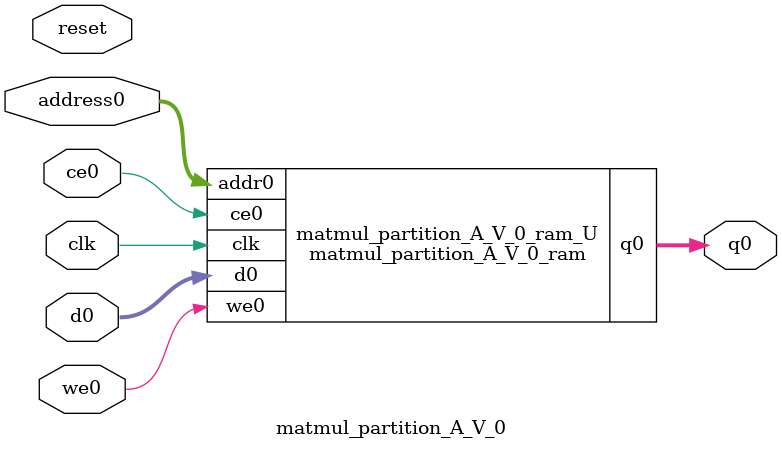
<source format=v>
`timescale 1 ns / 1 ps
module matmul_partition_A_V_0_ram (addr0, ce0, d0, we0, q0,  clk);

parameter DWIDTH = 256;
parameter AWIDTH = 6;
parameter MEM_SIZE = 64;

input[AWIDTH-1:0] addr0;
input ce0;
input[DWIDTH-1:0] d0;
input we0;
output reg[DWIDTH-1:0] q0;
input clk;

reg [DWIDTH-1:0] ram[0:MEM_SIZE-1];




always @(posedge clk)  
begin 
    if (ce0) begin
        if (we0) 
            ram[addr0] <= d0; 
        q0 <= ram[addr0];
    end
end


endmodule

`timescale 1 ns / 1 ps
module matmul_partition_A_V_0(
    reset,
    clk,
    address0,
    ce0,
    we0,
    d0,
    q0);

parameter DataWidth = 32'd256;
parameter AddressRange = 32'd64;
parameter AddressWidth = 32'd6;
input reset;
input clk;
input[AddressWidth - 1:0] address0;
input ce0;
input we0;
input[DataWidth - 1:0] d0;
output[DataWidth - 1:0] q0;



matmul_partition_A_V_0_ram matmul_partition_A_V_0_ram_U(
    .clk( clk ),
    .addr0( address0 ),
    .ce0( ce0 ),
    .we0( we0 ),
    .d0( d0 ),
    .q0( q0 ));

endmodule


</source>
